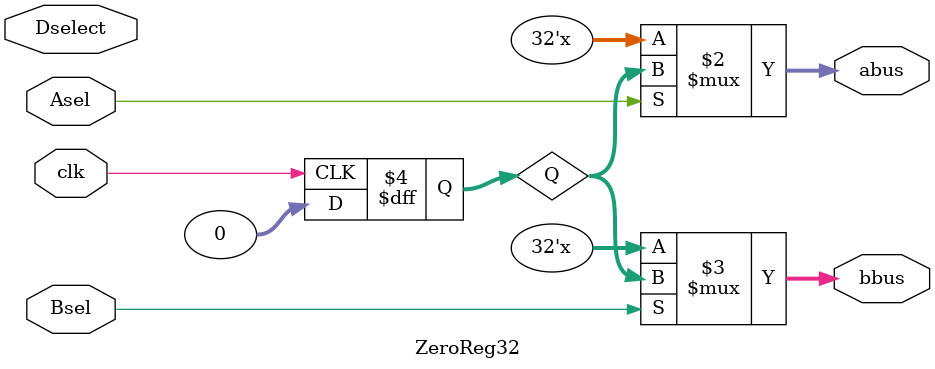
<source format=v>
`timescale 1ns / 1ps


module ZeroReg32(Asel, Bsel, clk, Dselect, abus, bbus);
    // Declare input and output variables
    input clk, Dselect, Asel, Bsel;
    reg[31:0] Q;
    output[31:0] abus, bbus;
    // Set-up modified clk to assign to Q
    always @(negedge clk) begin
        Q = 32'b0;
    end
    // Set-up tri-state buffer
    assign abus = Asel ? Q : 32'bz;
    assign bbus = Bsel ? Q : 32'bz;
endmodule

</source>
